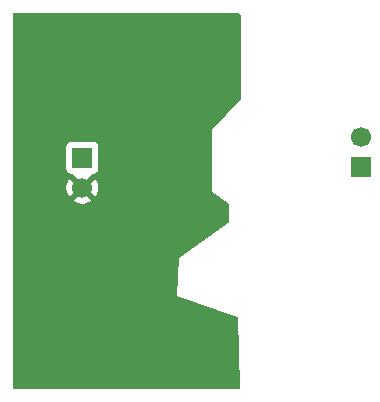
<source format=gbr>
%TF.GenerationSoftware,KiCad,Pcbnew,9.0.3*%
%TF.CreationDate,2025-11-11T20:03:35+05:30*%
%TF.ProjectId,mixed sig pcb(using microcontroller),6d697865-6420-4736-9967-207063622875,rev?*%
%TF.SameCoordinates,Original*%
%TF.FileFunction,Copper,L2,Bot*%
%TF.FilePolarity,Positive*%
%FSLAX46Y46*%
G04 Gerber Fmt 4.6, Leading zero omitted, Abs format (unit mm)*
G04 Created by KiCad (PCBNEW 9.0.3) date 2025-11-11 20:03:35*
%MOMM*%
%LPD*%
G01*
G04 APERTURE LIST*
%TA.AperFunction,ComponentPad*%
%ADD10R,1.700000X1.700000*%
%TD*%
%TA.AperFunction,ComponentPad*%
%ADD11C,1.700000*%
%TD*%
%TA.AperFunction,ViaPad*%
%ADD12C,0.600000*%
%TD*%
G04 APERTURE END LIST*
D10*
%TO.P,J2,1,Pin_1*%
%TO.N,GNDA*%
X172000000Y-95075000D03*
D11*
%TO.P,J2,2,Pin_2*%
%TO.N,Net-(J2-Pin_2)*%
X172000000Y-92535000D03*
%TD*%
D10*
%TO.P,J1,1,Pin_1*%
%TO.N,5VD*%
X148400000Y-94325000D03*
D11*
%TO.P,J1,2,Pin_2*%
%TO.N,GNDD*%
X148400000Y-96865000D03*
%TD*%
D12*
%TO.N,GNDD*%
X160600000Y-109400000D03*
%TD*%
%TA.AperFunction,Conductor*%
%TO.N,GNDD*%
G36*
X161743039Y-82120185D02*
G01*
X161788794Y-82172989D01*
X161800000Y-82224500D01*
X161800000Y-89351517D01*
X161780315Y-89418556D01*
X161767116Y-89435624D01*
X159400000Y-91999999D01*
X159400000Y-97200000D01*
X160748074Y-98162910D01*
X160791184Y-98217894D01*
X160800000Y-98263813D01*
X160800000Y-99736187D01*
X160780315Y-99803226D01*
X160748074Y-99837090D01*
X156600000Y-102799999D01*
X156600000Y-102800000D01*
X156400000Y-106000000D01*
X161518924Y-107771935D01*
X161575836Y-107812466D01*
X161601801Y-107877332D01*
X161602317Y-107885763D01*
X161761409Y-113772150D01*
X161743543Y-113839697D01*
X161691994Y-113886861D01*
X161637454Y-113899500D01*
X142624500Y-113899500D01*
X142557461Y-113879815D01*
X142511706Y-113827011D01*
X142500500Y-113775500D01*
X142500500Y-93427135D01*
X147049500Y-93427135D01*
X147049500Y-95222870D01*
X147049501Y-95222876D01*
X147055908Y-95282483D01*
X147106202Y-95417328D01*
X147106206Y-95417335D01*
X147192452Y-95532544D01*
X147192455Y-95532547D01*
X147307664Y-95618793D01*
X147307671Y-95618797D01*
X147352618Y-95635561D01*
X147442517Y-95669091D01*
X147502127Y-95675500D01*
X147512685Y-95675499D01*
X147579723Y-95695179D01*
X147600372Y-95711818D01*
X148270591Y-96382037D01*
X148207007Y-96399075D01*
X148092993Y-96464901D01*
X147999901Y-96557993D01*
X147934075Y-96672007D01*
X147917037Y-96735591D01*
X147284728Y-96103282D01*
X147284727Y-96103282D01*
X147245380Y-96157439D01*
X147148904Y-96346782D01*
X147083242Y-96548869D01*
X147083242Y-96548872D01*
X147050000Y-96758753D01*
X147050000Y-96971246D01*
X147083242Y-97181127D01*
X147083242Y-97181130D01*
X147148904Y-97383217D01*
X147245375Y-97572550D01*
X147284728Y-97626716D01*
X147917037Y-96994408D01*
X147934075Y-97057993D01*
X147999901Y-97172007D01*
X148092993Y-97265099D01*
X148207007Y-97330925D01*
X148270590Y-97347962D01*
X147638282Y-97980269D01*
X147638282Y-97980270D01*
X147692449Y-98019624D01*
X147881782Y-98116095D01*
X148083870Y-98181757D01*
X148293754Y-98215000D01*
X148506246Y-98215000D01*
X148716127Y-98181757D01*
X148716130Y-98181757D01*
X148918217Y-98116095D01*
X149107554Y-98019622D01*
X149161716Y-97980270D01*
X149161717Y-97980270D01*
X148529408Y-97347962D01*
X148592993Y-97330925D01*
X148707007Y-97265099D01*
X148800099Y-97172007D01*
X148865925Y-97057993D01*
X148882962Y-96994408D01*
X149515270Y-97626717D01*
X149515270Y-97626716D01*
X149554622Y-97572554D01*
X149651095Y-97383217D01*
X149716757Y-97181130D01*
X149716757Y-97181127D01*
X149750000Y-96971246D01*
X149750000Y-96758753D01*
X149716757Y-96548872D01*
X149716757Y-96548869D01*
X149651095Y-96346782D01*
X149554624Y-96157449D01*
X149515270Y-96103282D01*
X149515269Y-96103282D01*
X148882962Y-96735590D01*
X148865925Y-96672007D01*
X148800099Y-96557993D01*
X148707007Y-96464901D01*
X148592993Y-96399075D01*
X148529409Y-96382037D01*
X149199627Y-95711818D01*
X149260950Y-95678333D01*
X149287307Y-95675499D01*
X149297872Y-95675499D01*
X149357483Y-95669091D01*
X149492331Y-95618796D01*
X149607546Y-95532546D01*
X149693796Y-95417331D01*
X149744091Y-95282483D01*
X149750500Y-95222873D01*
X149750499Y-93427128D01*
X149744091Y-93367517D01*
X149693796Y-93232669D01*
X149693795Y-93232668D01*
X149693793Y-93232664D01*
X149607547Y-93117455D01*
X149607544Y-93117452D01*
X149492335Y-93031206D01*
X149492328Y-93031202D01*
X149357482Y-92980908D01*
X149357483Y-92980908D01*
X149297883Y-92974501D01*
X149297881Y-92974500D01*
X149297873Y-92974500D01*
X149297864Y-92974500D01*
X147502129Y-92974500D01*
X147502123Y-92974501D01*
X147442516Y-92980908D01*
X147307671Y-93031202D01*
X147307664Y-93031206D01*
X147192455Y-93117452D01*
X147192452Y-93117455D01*
X147106206Y-93232664D01*
X147106202Y-93232671D01*
X147055908Y-93367517D01*
X147049501Y-93427116D01*
X147049501Y-93427123D01*
X147049500Y-93427135D01*
X142500500Y-93427135D01*
X142500500Y-82224500D01*
X142520185Y-82157461D01*
X142572989Y-82111706D01*
X142624500Y-82100500D01*
X161676000Y-82100500D01*
X161743039Y-82120185D01*
G37*
%TD.AperFunction*%
%TD*%
M02*

</source>
